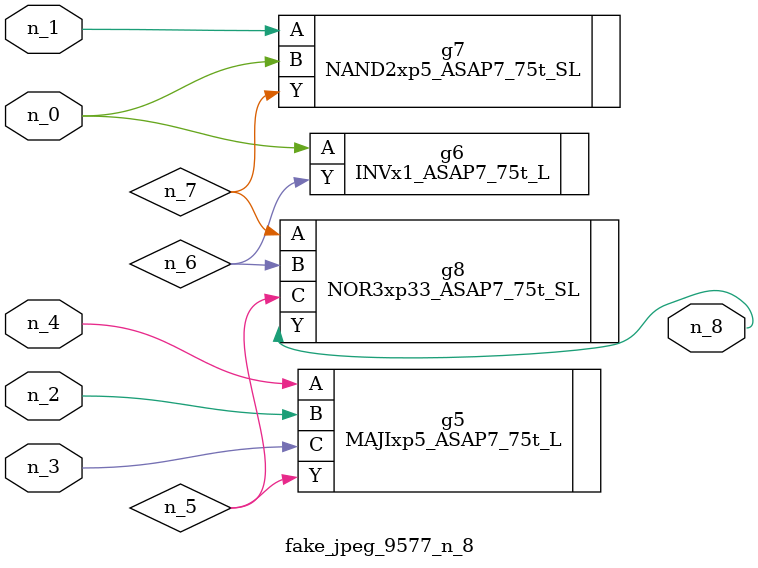
<source format=v>
module fake_jpeg_9577_n_8 (n_3, n_2, n_1, n_0, n_4, n_8);

input n_3;
input n_2;
input n_1;
input n_0;
input n_4;

output n_8;

wire n_6;
wire n_5;
wire n_7;

MAJIxp5_ASAP7_75t_L g5 ( 
.A(n_4),
.B(n_2),
.C(n_3),
.Y(n_5)
);

INVx1_ASAP7_75t_L g6 ( 
.A(n_0),
.Y(n_6)
);

NAND2xp5_ASAP7_75t_SL g7 ( 
.A(n_1),
.B(n_0),
.Y(n_7)
);

NOR3xp33_ASAP7_75t_SL g8 ( 
.A(n_7),
.B(n_6),
.C(n_5),
.Y(n_8)
);


endmodule
</source>
